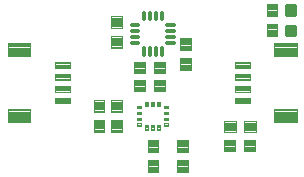
<source format=gtp>
G04 EAGLE Gerber RS-274X export*
G75*
%MOMM*%
%FSLAX34Y34*%
%LPD*%
%INSolderpaste Top*%
%IPPOS*%
%AMOC8*
5,1,8,0,0,1.08239X$1,22.5*%
G01*
%ADD10C,0.100000*%
%ADD11C,0.096000*%
%ADD12C,0.102000*%
%ADD13C,0.300000*%
%ADD14C,0.225000*%


D10*
X92020Y102497D02*
X92020Y112497D01*
X101020Y112497D01*
X101020Y102497D01*
X92020Y102497D01*
X92020Y103447D02*
X101020Y103447D01*
X101020Y104397D02*
X92020Y104397D01*
X92020Y105347D02*
X101020Y105347D01*
X101020Y106297D02*
X92020Y106297D01*
X92020Y107247D02*
X101020Y107247D01*
X101020Y108197D02*
X92020Y108197D01*
X92020Y109147D02*
X101020Y109147D01*
X101020Y110097D02*
X92020Y110097D01*
X92020Y111047D02*
X101020Y111047D01*
X101020Y111997D02*
X92020Y111997D01*
X92020Y95497D02*
X92020Y85497D01*
X92020Y95497D02*
X101020Y95497D01*
X101020Y85497D01*
X92020Y85497D01*
X92020Y86447D02*
X101020Y86447D01*
X101020Y87397D02*
X92020Y87397D01*
X92020Y88347D02*
X101020Y88347D01*
X101020Y89297D02*
X92020Y89297D01*
X92020Y90247D02*
X101020Y90247D01*
X101020Y91197D02*
X92020Y91197D01*
X92020Y92147D02*
X101020Y92147D01*
X101020Y93097D02*
X92020Y93097D01*
X92020Y94047D02*
X101020Y94047D01*
X101020Y94997D02*
X92020Y94997D01*
X127960Y128960D02*
X137960Y128960D01*
X137960Y119960D01*
X127960Y119960D01*
X127960Y128960D01*
X127960Y120910D02*
X137960Y120910D01*
X137960Y121860D02*
X127960Y121860D01*
X127960Y122810D02*
X137960Y122810D01*
X137960Y123760D02*
X127960Y123760D01*
X127960Y124710D02*
X137960Y124710D01*
X137960Y125660D02*
X127960Y125660D01*
X127960Y126610D02*
X137960Y126610D01*
X137960Y127560D02*
X127960Y127560D01*
X127960Y128510D02*
X137960Y128510D01*
X120960Y128960D02*
X110960Y128960D01*
X120960Y128960D02*
X120960Y119960D01*
X110960Y119960D01*
X110960Y128960D01*
X110960Y120910D02*
X120960Y120910D01*
X120960Y121860D02*
X110960Y121860D01*
X110960Y122810D02*
X120960Y122810D01*
X120960Y123760D02*
X110960Y123760D01*
X110960Y124710D02*
X120960Y124710D01*
X120960Y125660D02*
X110960Y125660D01*
X110960Y126610D02*
X120960Y126610D01*
X120960Y127560D02*
X110960Y127560D01*
X110960Y128510D02*
X120960Y128510D01*
X122945Y78270D02*
X122945Y68270D01*
X122945Y78270D02*
X131945Y78270D01*
X131945Y68270D01*
X122945Y68270D01*
X122945Y69220D02*
X131945Y69220D01*
X131945Y70170D02*
X122945Y70170D01*
X122945Y71120D02*
X131945Y71120D01*
X131945Y72070D02*
X122945Y72070D01*
X122945Y73020D02*
X131945Y73020D01*
X131945Y73970D02*
X122945Y73970D01*
X122945Y74920D02*
X131945Y74920D01*
X131945Y75870D02*
X122945Y75870D01*
X122945Y76820D02*
X131945Y76820D01*
X131945Y77770D02*
X122945Y77770D01*
X122945Y61270D02*
X122945Y51270D01*
X122945Y61270D02*
X131945Y61270D01*
X131945Y51270D01*
X122945Y51270D01*
X122945Y52220D02*
X131945Y52220D01*
X131945Y53170D02*
X122945Y53170D01*
X122945Y54120D02*
X131945Y54120D01*
X131945Y55070D02*
X122945Y55070D01*
X122945Y56020D02*
X131945Y56020D01*
X131945Y56970D02*
X122945Y56970D01*
X122945Y57920D02*
X131945Y57920D01*
X131945Y58870D02*
X122945Y58870D01*
X122945Y59820D02*
X131945Y59820D01*
X131945Y60770D02*
X122945Y60770D01*
X147964Y68270D02*
X147964Y78270D01*
X156964Y78270D01*
X156964Y68270D01*
X147964Y68270D01*
X147964Y69220D02*
X156964Y69220D01*
X156964Y70170D02*
X147964Y70170D01*
X147964Y71120D02*
X156964Y71120D01*
X156964Y72070D02*
X147964Y72070D01*
X147964Y73020D02*
X156964Y73020D01*
X156964Y73970D02*
X147964Y73970D01*
X147964Y74920D02*
X156964Y74920D01*
X156964Y75870D02*
X147964Y75870D01*
X147964Y76820D02*
X156964Y76820D01*
X156964Y77770D02*
X147964Y77770D01*
X147964Y61270D02*
X147964Y51270D01*
X147964Y61270D02*
X156964Y61270D01*
X156964Y51270D01*
X147964Y51270D01*
X147964Y52220D02*
X156964Y52220D01*
X156964Y53170D02*
X147964Y53170D01*
X147964Y54120D02*
X156964Y54120D01*
X156964Y55070D02*
X147964Y55070D01*
X147964Y56020D02*
X156964Y56020D01*
X156964Y56970D02*
X147964Y56970D01*
X147964Y57920D02*
X156964Y57920D01*
X156964Y58870D02*
X147964Y58870D01*
X147964Y59820D02*
X156964Y59820D01*
X156964Y60770D02*
X147964Y60770D01*
X86288Y85497D02*
X86288Y95497D01*
X86288Y85497D02*
X77288Y85497D01*
X77288Y95497D01*
X86288Y95497D01*
X86288Y86447D02*
X77288Y86447D01*
X77288Y87397D02*
X86288Y87397D01*
X86288Y88347D02*
X77288Y88347D01*
X77288Y89297D02*
X86288Y89297D01*
X86288Y90247D02*
X77288Y90247D01*
X77288Y91197D02*
X86288Y91197D01*
X86288Y92147D02*
X77288Y92147D01*
X77288Y93097D02*
X86288Y93097D01*
X86288Y94047D02*
X77288Y94047D01*
X77288Y94997D02*
X86288Y94997D01*
X86288Y102497D02*
X86288Y112497D01*
X86288Y102497D02*
X77288Y102497D01*
X77288Y112497D01*
X86288Y112497D01*
X86288Y103447D02*
X77288Y103447D01*
X77288Y104397D02*
X86288Y104397D01*
X86288Y105347D02*
X77288Y105347D01*
X77288Y106297D02*
X86288Y106297D01*
X86288Y107247D02*
X77288Y107247D01*
X77288Y108197D02*
X86288Y108197D01*
X86288Y109147D02*
X77288Y109147D01*
X77288Y110097D02*
X86288Y110097D01*
X86288Y111047D02*
X77288Y111047D01*
X77288Y111997D02*
X86288Y111997D01*
D11*
X249216Y104520D02*
X249216Y93480D01*
X230176Y93480D01*
X230176Y104520D01*
X249216Y104520D01*
X249216Y94392D02*
X230176Y94392D01*
X230176Y95304D02*
X249216Y95304D01*
X249216Y96216D02*
X230176Y96216D01*
X230176Y97128D02*
X249216Y97128D01*
X249216Y98040D02*
X230176Y98040D01*
X230176Y98952D02*
X249216Y98952D01*
X249216Y99864D02*
X230176Y99864D01*
X230176Y100776D02*
X249216Y100776D01*
X249216Y101688D02*
X230176Y101688D01*
X230176Y102600D02*
X249216Y102600D01*
X249216Y103512D02*
X230176Y103512D01*
X230176Y104424D02*
X249216Y104424D01*
X249216Y149480D02*
X249216Y160520D01*
X249216Y149480D02*
X230176Y149480D01*
X230176Y160520D01*
X249216Y160520D01*
X249216Y150392D02*
X230176Y150392D01*
X230176Y151304D02*
X249216Y151304D01*
X249216Y152216D02*
X230176Y152216D01*
X230176Y153128D02*
X249216Y153128D01*
X249216Y154040D02*
X230176Y154040D01*
X230176Y154952D02*
X249216Y154952D01*
X249216Y155864D02*
X230176Y155864D01*
X230176Y156776D02*
X249216Y156776D01*
X249216Y157688D02*
X230176Y157688D01*
X230176Y158600D02*
X249216Y158600D01*
X249216Y159512D02*
X230176Y159512D01*
X230176Y160424D02*
X249216Y160424D01*
D12*
X209186Y114490D02*
X209186Y109510D01*
X196706Y109510D01*
X196706Y114490D01*
X209186Y114490D01*
X209186Y110479D02*
X196706Y110479D01*
X196706Y111448D02*
X209186Y111448D01*
X209186Y112417D02*
X196706Y112417D01*
X196706Y113386D02*
X209186Y113386D01*
X209186Y114355D02*
X196706Y114355D01*
X209186Y119510D02*
X209186Y124490D01*
X209186Y119510D02*
X196706Y119510D01*
X196706Y124490D01*
X209186Y124490D01*
X209186Y120479D02*
X196706Y120479D01*
X196706Y121448D02*
X209186Y121448D01*
X209186Y122417D02*
X196706Y122417D01*
X196706Y123386D02*
X209186Y123386D01*
X209186Y124355D02*
X196706Y124355D01*
X209186Y129510D02*
X209186Y134490D01*
X209186Y129510D02*
X196706Y129510D01*
X196706Y134490D01*
X209186Y134490D01*
X209186Y130479D02*
X196706Y130479D01*
X196706Y131448D02*
X209186Y131448D01*
X209186Y132417D02*
X196706Y132417D01*
X196706Y133386D02*
X209186Y133386D01*
X209186Y134355D02*
X196706Y134355D01*
X209186Y139510D02*
X209186Y144490D01*
X209186Y139510D02*
X196706Y139510D01*
X196706Y144490D01*
X209186Y144490D01*
X209186Y140479D02*
X196706Y140479D01*
X196706Y141448D02*
X209186Y141448D01*
X209186Y142417D02*
X196706Y142417D01*
X196706Y143386D02*
X209186Y143386D01*
X209186Y144355D02*
X196706Y144355D01*
D11*
X4530Y149480D02*
X4530Y160520D01*
X23570Y160520D01*
X23570Y149480D01*
X4530Y149480D01*
X4530Y150392D02*
X23570Y150392D01*
X23570Y151304D02*
X4530Y151304D01*
X4530Y152216D02*
X23570Y152216D01*
X23570Y153128D02*
X4530Y153128D01*
X4530Y154040D02*
X23570Y154040D01*
X23570Y154952D02*
X4530Y154952D01*
X4530Y155864D02*
X23570Y155864D01*
X23570Y156776D02*
X4530Y156776D01*
X4530Y157688D02*
X23570Y157688D01*
X23570Y158600D02*
X4530Y158600D01*
X4530Y159512D02*
X23570Y159512D01*
X23570Y160424D02*
X4530Y160424D01*
X4530Y104520D02*
X4530Y93480D01*
X4530Y104520D02*
X23570Y104520D01*
X23570Y93480D01*
X4530Y93480D01*
X4530Y94392D02*
X23570Y94392D01*
X23570Y95304D02*
X4530Y95304D01*
X4530Y96216D02*
X23570Y96216D01*
X23570Y97128D02*
X4530Y97128D01*
X4530Y98040D02*
X23570Y98040D01*
X23570Y98952D02*
X4530Y98952D01*
X4530Y99864D02*
X23570Y99864D01*
X23570Y100776D02*
X4530Y100776D01*
X4530Y101688D02*
X23570Y101688D01*
X23570Y102600D02*
X4530Y102600D01*
X4530Y103512D02*
X23570Y103512D01*
X23570Y104424D02*
X4530Y104424D01*
D12*
X44560Y139510D02*
X44560Y144490D01*
X57040Y144490D01*
X57040Y139510D01*
X44560Y139510D01*
X44560Y140479D02*
X57040Y140479D01*
X57040Y141448D02*
X44560Y141448D01*
X44560Y142417D02*
X57040Y142417D01*
X57040Y143386D02*
X44560Y143386D01*
X44560Y144355D02*
X57040Y144355D01*
X44560Y134490D02*
X44560Y129510D01*
X44560Y134490D02*
X57040Y134490D01*
X57040Y129510D01*
X44560Y129510D01*
X44560Y130479D02*
X57040Y130479D01*
X57040Y131448D02*
X44560Y131448D01*
X44560Y132417D02*
X57040Y132417D01*
X57040Y133386D02*
X44560Y133386D01*
X44560Y134355D02*
X57040Y134355D01*
X44560Y124490D02*
X44560Y119510D01*
X44560Y124490D02*
X57040Y124490D01*
X57040Y119510D01*
X44560Y119510D01*
X44560Y120479D02*
X57040Y120479D01*
X57040Y121448D02*
X44560Y121448D01*
X44560Y122417D02*
X57040Y122417D01*
X57040Y123386D02*
X44560Y123386D01*
X44560Y124355D02*
X57040Y124355D01*
X44560Y114490D02*
X44560Y109510D01*
X44560Y114490D02*
X57040Y114490D01*
X57040Y109510D01*
X44560Y109510D01*
X44560Y110479D02*
X57040Y110479D01*
X57040Y111448D02*
X44560Y111448D01*
X44560Y112417D02*
X57040Y112417D01*
X57040Y113386D02*
X44560Y113386D01*
X44560Y114355D02*
X57040Y114355D01*
D13*
X240594Y184594D02*
X247594Y184594D01*
X240594Y184594D02*
X240594Y191594D01*
X247594Y191594D01*
X247594Y184594D01*
X247594Y187444D02*
X240594Y187444D01*
X240594Y190294D02*
X247594Y190294D01*
X247594Y167054D02*
X240594Y167054D01*
X240594Y174054D01*
X247594Y174054D01*
X247594Y167054D01*
X247594Y169904D02*
X240594Y169904D01*
X240594Y172754D02*
X247594Y172754D01*
D10*
X232592Y176332D02*
X232592Y166332D01*
X223592Y166332D01*
X223592Y176332D01*
X232592Y176332D01*
X232592Y167282D02*
X223592Y167282D01*
X223592Y168232D02*
X232592Y168232D01*
X232592Y169182D02*
X223592Y169182D01*
X223592Y170132D02*
X232592Y170132D01*
X232592Y171082D02*
X223592Y171082D01*
X223592Y172032D02*
X232592Y172032D01*
X232592Y172982D02*
X223592Y172982D01*
X223592Y173932D02*
X232592Y173932D01*
X232592Y174882D02*
X223592Y174882D01*
X223592Y175832D02*
X232592Y175832D01*
X232592Y183332D02*
X232592Y193332D01*
X232592Y183332D02*
X223592Y183332D01*
X223592Y193332D01*
X232592Y193332D01*
X232592Y184282D02*
X223592Y184282D01*
X223592Y185232D02*
X232592Y185232D01*
X232592Y186182D02*
X223592Y186182D01*
X223592Y187132D02*
X232592Y187132D01*
X232592Y188082D02*
X223592Y188082D01*
X223592Y189032D02*
X232592Y189032D01*
X232592Y189982D02*
X223592Y189982D01*
X223592Y190932D02*
X232592Y190932D01*
X232592Y191882D02*
X223592Y191882D01*
X223592Y192832D02*
X232592Y192832D01*
X197414Y85670D02*
X187414Y85670D01*
X187414Y94670D01*
X197414Y94670D01*
X197414Y85670D01*
X197414Y86620D02*
X187414Y86620D01*
X187414Y87570D02*
X197414Y87570D01*
X197414Y88520D02*
X187414Y88520D01*
X187414Y89470D02*
X197414Y89470D01*
X197414Y90420D02*
X187414Y90420D01*
X187414Y91370D02*
X197414Y91370D01*
X197414Y92320D02*
X187414Y92320D01*
X187414Y93270D02*
X197414Y93270D01*
X197414Y94220D02*
X187414Y94220D01*
X204414Y85670D02*
X214414Y85670D01*
X204414Y85670D02*
X204414Y94670D01*
X214414Y94670D01*
X214414Y85670D01*
X214414Y86620D02*
X204414Y86620D01*
X204414Y87570D02*
X214414Y87570D01*
X214414Y88520D02*
X204414Y88520D01*
X204414Y89470D02*
X214414Y89470D01*
X214414Y90420D02*
X204414Y90420D01*
X204414Y91370D02*
X214414Y91370D01*
X214414Y92320D02*
X204414Y92320D01*
X204414Y93270D02*
X214414Y93270D01*
X214414Y94220D02*
X204414Y94220D01*
D12*
X140515Y92550D02*
X136735Y92550D01*
X140515Y92550D02*
X140515Y90570D01*
X136735Y90570D01*
X136735Y92550D01*
X136735Y91539D02*
X140515Y91539D01*
X140515Y92508D02*
X136735Y92508D01*
X136735Y97550D02*
X140515Y97550D01*
X140515Y95570D01*
X136735Y95570D01*
X136735Y97550D01*
X136735Y96539D02*
X140515Y96539D01*
X140515Y97508D02*
X136735Y97508D01*
X136735Y102550D02*
X140515Y102550D01*
X140515Y100570D01*
X136735Y100570D01*
X136735Y102550D01*
X136735Y101539D02*
X140515Y101539D01*
X140515Y102508D02*
X136735Y102508D01*
X136735Y107550D02*
X140515Y107550D01*
X140515Y105570D01*
X136735Y105570D01*
X136735Y107550D01*
X136735Y106539D02*
X140515Y106539D01*
X140515Y107508D02*
X136735Y107508D01*
X117265Y105570D02*
X113485Y105570D01*
X113485Y107550D01*
X117265Y107550D01*
X117265Y105570D01*
X117265Y106539D02*
X113485Y106539D01*
X113485Y107508D02*
X117265Y107508D01*
X117265Y100570D02*
X113485Y100570D01*
X113485Y102550D01*
X117265Y102550D01*
X117265Y100570D01*
X117265Y101539D02*
X113485Y101539D01*
X113485Y102508D02*
X117265Y102508D01*
X117265Y95570D02*
X113485Y95570D01*
X113485Y97550D01*
X117265Y97550D01*
X117265Y95570D01*
X117265Y96539D02*
X113485Y96539D01*
X113485Y97508D02*
X117265Y97508D01*
X117265Y90570D02*
X113485Y90570D01*
X113485Y92550D01*
X117265Y92550D01*
X117265Y90570D01*
X117265Y91539D02*
X113485Y91539D01*
X113485Y92508D02*
X117265Y92508D01*
X131010Y110950D02*
X132990Y110950D01*
X132990Y107170D01*
X131010Y107170D01*
X131010Y110950D01*
X131010Y108139D02*
X132990Y108139D01*
X132990Y109108D02*
X131010Y109108D01*
X131010Y110077D02*
X132990Y110077D01*
X127990Y110950D02*
X126010Y110950D01*
X127990Y110950D02*
X127990Y107170D01*
X126010Y107170D01*
X126010Y110950D01*
X126010Y108139D02*
X127990Y108139D01*
X127990Y109108D02*
X126010Y109108D01*
X126010Y110077D02*
X127990Y110077D01*
X122990Y110950D02*
X121010Y110950D01*
X122990Y110950D02*
X122990Y107170D01*
X121010Y107170D01*
X121010Y110950D01*
X121010Y108139D02*
X122990Y108139D01*
X122990Y109108D02*
X121010Y109108D01*
X121010Y110077D02*
X122990Y110077D01*
X122990Y87170D02*
X121010Y87170D01*
X121010Y90950D01*
X122990Y90950D01*
X122990Y87170D01*
X122990Y88139D02*
X121010Y88139D01*
X121010Y89108D02*
X122990Y89108D01*
X122990Y90077D02*
X121010Y90077D01*
X126010Y87170D02*
X127990Y87170D01*
X126010Y87170D02*
X126010Y90950D01*
X127990Y90950D01*
X127990Y87170D01*
X127990Y88139D02*
X126010Y88139D01*
X126010Y89108D02*
X127990Y89108D01*
X127990Y90077D02*
X126010Y90077D01*
X131010Y87170D02*
X132990Y87170D01*
X131010Y87170D02*
X131010Y90950D01*
X132990Y90950D01*
X132990Y87170D01*
X132990Y88139D02*
X131010Y88139D01*
X131010Y89108D02*
X132990Y89108D01*
X132990Y90077D02*
X131010Y90077D01*
D10*
X204160Y78160D02*
X214160Y78160D01*
X214160Y69160D01*
X204160Y69160D01*
X204160Y78160D01*
X204160Y70110D02*
X214160Y70110D01*
X214160Y71060D02*
X204160Y71060D01*
X204160Y72010D02*
X214160Y72010D01*
X214160Y72960D02*
X204160Y72960D01*
X204160Y73910D02*
X214160Y73910D01*
X214160Y74860D02*
X204160Y74860D01*
X204160Y75810D02*
X214160Y75810D01*
X214160Y76760D02*
X204160Y76760D01*
X204160Y77710D02*
X214160Y77710D01*
X197160Y78160D02*
X187160Y78160D01*
X197160Y78160D02*
X197160Y69160D01*
X187160Y69160D01*
X187160Y78160D01*
X187160Y70110D02*
X197160Y70110D01*
X197160Y71060D02*
X187160Y71060D01*
X187160Y72010D02*
X197160Y72010D01*
X197160Y72960D02*
X187160Y72960D01*
X187160Y73910D02*
X197160Y73910D01*
X197160Y74860D02*
X187160Y74860D01*
X187160Y75810D02*
X197160Y75810D01*
X197160Y76760D02*
X187160Y76760D01*
X187160Y77710D02*
X197160Y77710D01*
D14*
X134915Y180765D02*
X134915Y187015D01*
X134915Y180765D02*
X134165Y180765D01*
X134165Y187015D01*
X134915Y187015D01*
X134915Y182902D02*
X134165Y182902D01*
X134165Y185039D02*
X134915Y185039D01*
X129915Y187015D02*
X129915Y180765D01*
X129165Y180765D01*
X129165Y187015D01*
X129915Y187015D01*
X129915Y182902D02*
X129165Y182902D01*
X129165Y185039D02*
X129915Y185039D01*
X124915Y187015D02*
X124915Y180765D01*
X124165Y180765D01*
X124165Y187015D01*
X124915Y187015D01*
X124915Y182902D02*
X124165Y182902D01*
X124165Y185039D02*
X124915Y185039D01*
X119915Y187015D02*
X119915Y180765D01*
X119165Y180765D01*
X119165Y187015D01*
X119915Y187015D01*
X119915Y182902D02*
X119165Y182902D01*
X119165Y185039D02*
X119915Y185039D01*
X115045Y175995D02*
X108795Y175995D01*
X108795Y176745D01*
X115045Y176745D01*
X115045Y175995D01*
X115045Y170995D02*
X108795Y170995D01*
X108795Y171745D01*
X115045Y171745D01*
X115045Y170995D01*
X115045Y165995D02*
X108795Y165995D01*
X108795Y166745D01*
X115045Y166745D01*
X115045Y165995D01*
X115045Y160995D02*
X108795Y160995D01*
X108795Y161745D01*
X115045Y161745D01*
X115045Y160995D01*
X119165Y156975D02*
X119165Y150725D01*
X119165Y156975D02*
X119915Y156975D01*
X119915Y150725D01*
X119165Y150725D01*
X119165Y152862D02*
X119915Y152862D01*
X119915Y154999D02*
X119165Y154999D01*
X124165Y156975D02*
X124165Y150725D01*
X124165Y156975D02*
X124915Y156975D01*
X124915Y150725D01*
X124165Y150725D01*
X124165Y152862D02*
X124915Y152862D01*
X124915Y154999D02*
X124165Y154999D01*
X129165Y156975D02*
X129165Y150725D01*
X129165Y156975D02*
X129915Y156975D01*
X129915Y150725D01*
X129165Y150725D01*
X129165Y152862D02*
X129915Y152862D01*
X129915Y154999D02*
X129165Y154999D01*
X134165Y156975D02*
X134165Y150725D01*
X134165Y156975D02*
X134915Y156975D01*
X134915Y150725D01*
X134165Y150725D01*
X134165Y152862D02*
X134915Y152862D01*
X134915Y154999D02*
X134165Y154999D01*
X138835Y161645D02*
X145085Y161645D01*
X145085Y160895D01*
X138835Y160895D01*
X138835Y161645D01*
X138835Y166645D02*
X145085Y166645D01*
X145085Y165895D01*
X138835Y165895D01*
X138835Y166645D01*
X138835Y171645D02*
X145085Y171645D01*
X145085Y170895D01*
X138835Y170895D01*
X138835Y171645D01*
X138835Y176645D02*
X145085Y176645D01*
X145085Y175895D01*
X138835Y175895D01*
X138835Y176645D01*
D10*
X150440Y164630D02*
X150440Y154630D01*
X150440Y164630D02*
X159440Y164630D01*
X159440Y154630D01*
X150440Y154630D01*
X150440Y155580D02*
X159440Y155580D01*
X159440Y156530D02*
X150440Y156530D01*
X150440Y157480D02*
X159440Y157480D01*
X159440Y158430D02*
X150440Y158430D01*
X150440Y159380D02*
X159440Y159380D01*
X159440Y160330D02*
X150440Y160330D01*
X150440Y161280D02*
X159440Y161280D01*
X159440Y162230D02*
X150440Y162230D01*
X150440Y163180D02*
X159440Y163180D01*
X159440Y164130D02*
X150440Y164130D01*
X150440Y147630D02*
X150440Y137630D01*
X150440Y147630D02*
X159440Y147630D01*
X159440Y137630D01*
X150440Y137630D01*
X150440Y138580D02*
X159440Y138580D01*
X159440Y139530D02*
X150440Y139530D01*
X150440Y140480D02*
X159440Y140480D01*
X159440Y141430D02*
X150440Y141430D01*
X150440Y142380D02*
X159440Y142380D01*
X159440Y143330D02*
X150440Y143330D01*
X150440Y144280D02*
X159440Y144280D01*
X159440Y145230D02*
X150440Y145230D01*
X150440Y146180D02*
X159440Y146180D01*
X159440Y147130D02*
X150440Y147130D01*
X137960Y144200D02*
X127960Y144200D01*
X137960Y144200D02*
X137960Y135200D01*
X127960Y135200D01*
X127960Y144200D01*
X127960Y136150D02*
X137960Y136150D01*
X137960Y137100D02*
X127960Y137100D01*
X127960Y138050D02*
X137960Y138050D01*
X137960Y139000D02*
X127960Y139000D01*
X127960Y139950D02*
X137960Y139950D01*
X137960Y140900D02*
X127960Y140900D01*
X127960Y141850D02*
X137960Y141850D01*
X137960Y142800D02*
X127960Y142800D01*
X127960Y143750D02*
X137960Y143750D01*
X120960Y144200D02*
X110960Y144200D01*
X120960Y144200D02*
X120960Y135200D01*
X110960Y135200D01*
X110960Y144200D01*
X110960Y136150D02*
X120960Y136150D01*
X120960Y137100D02*
X110960Y137100D01*
X110960Y138050D02*
X120960Y138050D01*
X120960Y139000D02*
X110960Y139000D01*
X110960Y139950D02*
X120960Y139950D01*
X120960Y140900D02*
X110960Y140900D01*
X110960Y141850D02*
X120960Y141850D01*
X120960Y142800D02*
X110960Y142800D01*
X110960Y143750D02*
X120960Y143750D01*
X92020Y173680D02*
X92020Y183680D01*
X101020Y183680D01*
X101020Y173680D01*
X92020Y173680D01*
X92020Y174630D02*
X101020Y174630D01*
X101020Y175580D02*
X92020Y175580D01*
X92020Y176530D02*
X101020Y176530D01*
X101020Y177480D02*
X92020Y177480D01*
X92020Y178430D02*
X101020Y178430D01*
X101020Y179380D02*
X92020Y179380D01*
X92020Y180330D02*
X101020Y180330D01*
X101020Y181280D02*
X92020Y181280D01*
X92020Y182230D02*
X101020Y182230D01*
X101020Y183180D02*
X92020Y183180D01*
X92020Y166680D02*
X92020Y156680D01*
X92020Y166680D02*
X101020Y166680D01*
X101020Y156680D01*
X92020Y156680D01*
X92020Y157630D02*
X101020Y157630D01*
X101020Y158580D02*
X92020Y158580D01*
X92020Y159530D02*
X101020Y159530D01*
X101020Y160480D02*
X92020Y160480D01*
X92020Y161430D02*
X101020Y161430D01*
X101020Y162380D02*
X92020Y162380D01*
X92020Y163330D02*
X101020Y163330D01*
X101020Y164280D02*
X92020Y164280D01*
X92020Y165230D02*
X101020Y165230D01*
X101020Y166180D02*
X92020Y166180D01*
M02*

</source>
